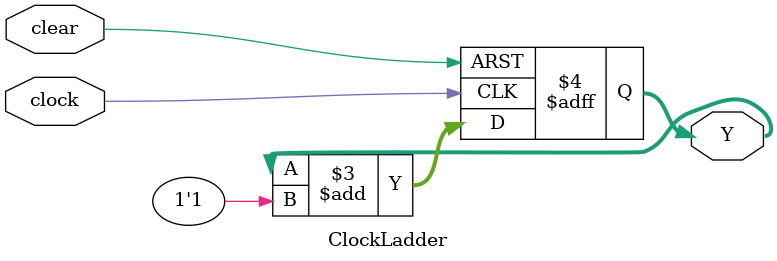
<source format=sv>
module ClockLadder #(parameter N = 32)
(
input clock, clear,
output logic [N-1:0] Y
);
always_ff @ (posedge clock, negedge clear)
if (~clear) Y <= 1'b0;
else Y <= Y + 1'b1;
endmodule

</source>
